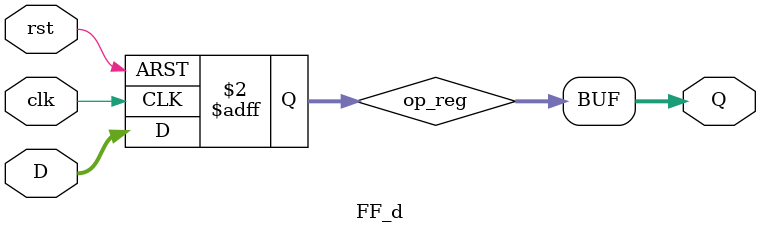
<source format=v>
module FF_d 
#(parameter N=4)
(
    input wire clk,    // Clock
    input wire rst,  // Reset
    input wire [N-1:0] D, // Dados de entrada de largura N
    output wire [N-1:0] Q // Saída 
);

reg [N-1:0] op_reg; 

always @(posedge clk or posedge rst) begin
    if (rst) begin
        op_reg <= 0; // Reiniciar o registrador
    end else begin
        op_reg <= D; // Atribuir D ao registrador na borda de subida do clock
    end
end

// Saída é o conteúdo do registrador
assign Q = op_reg;

endmodule
</source>
